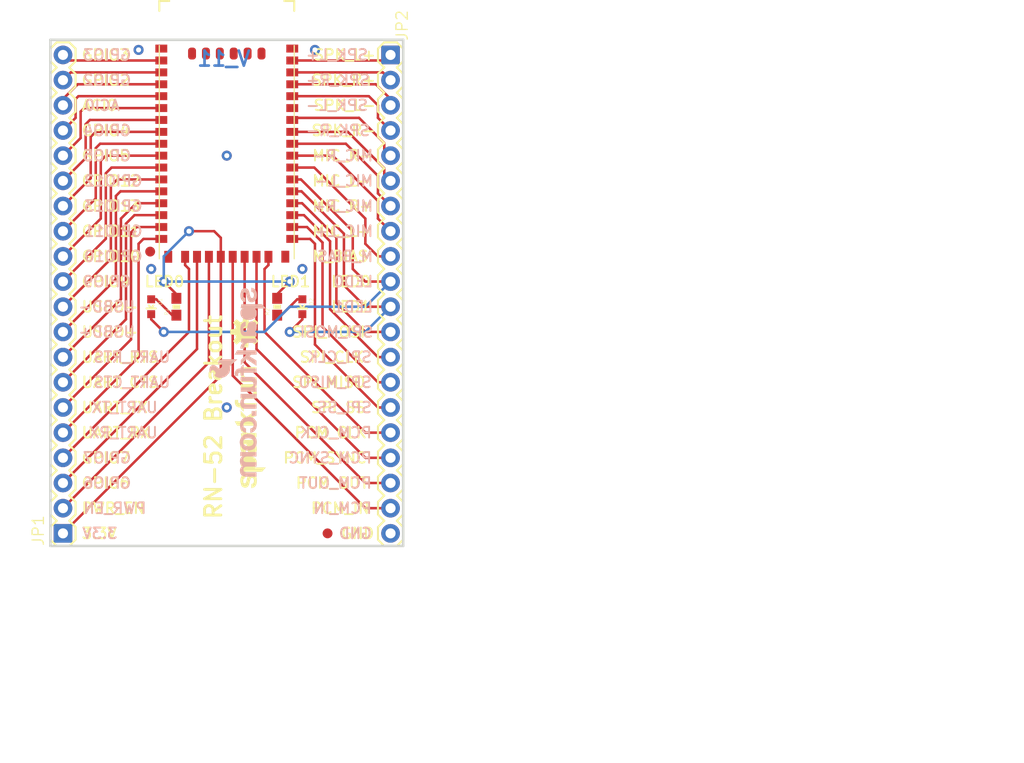
<source format=kicad_pcb>
(kicad_pcb (version 20211014) (generator pcbnew)
  (layers (0 "F.Cu" signal) (31 "B.Cu" signal) (34 "B.Paste" user) (35 "F.Paste" user) (36 "B.SilkS" user "B.Silkscreen") (37 "F.SilkS" user "F.Silkscreen") (38 "B.Mask" user) (39 "F.Mask" user) (44 "Edge.Cuts" user))
  (net 0 "")
  (net 1 "GND")
  (net 2 "3.3V")
  (net 3 "LED0")
  (net 4 "LED1")
  (net 5 "SPI_MOSI")
  (net 6 "SPI_CLK")
  (net 7 "SPI_MISO")
  (net 8 "SPI_SS")
  (net 9 "MIC_BIAS")
  (net 10 "MIC_L+")
  (net 11 "MIC_R+")
  (net 12 "MIC_L-")
  (net 13 "MIC_R-")
  (net 14 "PCM_CLK")
  (net 15 "PCM_SYNC")
  (net 16 "PCM_OUT")
  (net 17 "PCM_IN")
  (net 18 "SPKR_L+")
  (net 19 "SPKR_R+")
  (net 20 "SPKR_L-")
  (net 21 "SPKR_R-")
  (net 22 "PWREN")
  (net 23 "GPIO3")
  (net 24 "GPIO2")
  (net 25 "AIC0")
  (net 26 "GPIO4")
  (net 27 "GPIO5")
  (net 28 "GPIO12")
  (net 29 "GPIO13")
  (net 30 "GPIO11")
  (net 31 "GPIO10")
  (net 32 "GPIO9")
  (net 33 "GPIO7")
  (net 34 "GPIO6")
  (net 35 "USBD-")
  (net 36 "USBD+")
  (net 37 "UART_RTS")
  (net 38 "UART_CTS")
  (net 39 "UART_TX")
  (net 40 "UART_RX")
  (net 41 "N$1")
  (net 42 "N$2")
  (footprint "boardEagle:LED-0603" (layer "F.Cu") (at 140.8811 106.4006 180)
    (fp_text reference "D1" (at -0.6985 0.889 270) (layer "F.SilkS") (effects (font (size 0.373888 0.373888) (thickness 0.032512)) (justify right top)))
    (fp_text value "GREEN")
    (pad "A" smd rect (at 0 0.75 180) (size 0.8 0.8) (layers "F.Cu" "F.Paste" "F.Mask") (net 42 "N$2"))
    (pad "C" smd rect (at 0 -0.75 180) (size 0.8 0.8) (layers "F.Cu" "F.Paste" "F.Mask") (net 3 "LED0"))
  )
  (footprint "boardEagle:RN-52" (layer "F.Cu") (at 148.5011 89.8906)
    (fp_text reference "U1" hide)
    (fp_text value "BLUETOOTH-RN-52" hide)
    (pad "1" smd rect (at -6.6 -8.33) (size 1.2 0.8) (layers "F.Cu" "F.Paste" "F.Mask") (net 23 "GPIO3"))
    (pad "2" smd rect (at -6.6 -7.13) (size 1.2 0.8) (layers "F.Cu" "F.Paste" "F.Mask") (net 24 "GPIO2"))
    (pad "3" smd rect (at -6.6 -5.93) (size 1.2 0.8) (layers "F.Cu" "F.Paste" "F.Mask") (net 25 "AIC0"))
    (pad "4" smd rect (at -6.6 -4.73) (size 1.2 0.8) (layers "F.Cu" "F.Paste" "F.Mask") (net 26 "GPIO4"))
    (pad "5" smd rect (at -6.6 -3.53) (size 1.2 0.8) (layers "F.Cu" "F.Paste" "F.Mask") (net 27 "GPIO5"))
    (pad "6" smd rect (at -6.6 -2.33) (size 1.2 0.8) (layers "F.Cu" "F.Paste" "F.Mask") (net 28 "GPIO12"))
    (pad "7" smd rect (at -6.6 -1.13) (size 1.2 0.8) (layers "F.Cu" "F.Paste" "F.Mask") (net 29 "GPIO13"))
    (pad "8" smd rect (at -6.6 0.07) (size 1.2 0.8) (layers "F.Cu" "F.Paste" "F.Mask") (net 30 "GPIO11"))
    (pad "9" smd rect (at -6.6 1.27) (size 1.2 0.8) (layers "F.Cu" "F.Paste" "F.Mask") (net 31 "GPIO10"))
    (pad "10" smd rect (at -6.6 2.47) (size 1.2 0.8) (layers "F.Cu" "F.Paste" "F.Mask") (net 32 "GPIO9"))
    (pad "11" smd rect (at -6.6 3.67) (size 1.2 0.8) (layers "F.Cu" "F.Paste" "F.Mask") (net 35 "USBD-"))
    (pad "12" smd rect (at -6.6 4.87) (size 1.2 0.8) (layers "F.Cu" "F.Paste" "F.Mask") (net 36 "USBD+"))
    (pad "13" smd rect (at -6.6 6.07) (size 1.2 0.8) (layers "F.Cu" "F.Paste" "F.Mask") (net 37 "UART_RTS"))
    (pad "14" smd rect (at -6.6 7.27) (size 1.2 0.8) (layers "F.Cu" "F.Paste" "F.Mask") (net 38 "UART_CTS"))
    (pad "15" smd rect (at -6.6 8.47) (size 1.2 0.8) (layers "F.Cu" "F.Paste" "F.Mask") (net 39 "UART_TX"))
    (pad "16" smd rect (at -6.6 9.67) (size 1.2 0.8) (layers "F.Cu" "F.Paste" "F.Mask") (net 40 "UART_RX"))
    (pad "17" smd rect (at -4.2 11.47 90) (size 1.2 0.8) (layers "F.Cu" "F.Paste" "F.Mask") (net 33 "GPIO7"))
    (pad "18" smd rect (at -3 11.47 90) (size 1.2 0.8) (layers "F.Cu" "F.Paste" "F.Mask") (net 34 "GPIO6"))
    (pad "19" smd rect (at -1.8 11.47 90) (size 1.2 0.8) (layers "F.Cu" "F.Paste" "F.Mask") (net 22 "PWREN"))
    (pad "20" smd rect (at -0.6 11.47 90) (size 1.2 0.8) (layers "F.Cu" "F.Paste" "F.Mask") (net 2 "3.3V"))
    (pad "21" smd rect (at 0.6 11.47 90) (size 1.2 0.8) (layers "F.Cu" "F.Paste" "F.Mask") (net 17 "PCM_IN"))
    (pad "22" smd rect (at 1.8 11.47 90) (size 1.2 0.8) (layers "F.Cu" "F.Paste" "F.Mask") (net 16 "PCM_OUT"))
    (pad "23" smd rect (at 3 11.47 90) (size 1.2 0.8) (layers "F.Cu" "F.Paste" "F.Mask") (net 15 "PCM_SYNC"))
    (pad "24" smd rect (at 4.2 11.47 90) (size 1.2 0.8) (layers "F.Cu" "F.Paste" "F.Mask") (net 14 "PCM_CLK"))
    (pad "25" smd rect (at 6.6 9.67 180) (size 1.2 0.8) (layers "F.Cu" "F.Paste" "F.Mask") (net 8 "SPI_SS"))
    (pad "26" smd rect (at 6.6 8.47 180) (size 1.2 0.8) (layers "F.Cu" "F.Paste" "F.Mask") (net 7 "SPI_MISO"))
    (pad "27" smd rect (at 6.6 7.27 180) (size 1.2 0.8) (layers "F.Cu" "F.Paste" "F.Mask") (net 6 "SPI_CLK"))
    (pad "28" smd rect (at 6.6 6.07 180) (size 1.2 0.8) (layers "F.Cu" "F.Paste" "F.Mask") (net 5 "SPI_MOSI"))
    (pad "29" smd rect (at 6.6 4.87 180) (size 1.2 0.8) (layers "F.Cu" "F.Paste" "F.Mask") (net 4 "LED1"))
    (pad "30" smd rect (at 6.6 3.67 180) (size 1.2 0.8) (layers "F.Cu" "F.Paste" "F.Mask") (net 3 "LED0"))
    (pad "31" smd rect (at 6.6 2.47 180) (size 1.2 0.8) (layers "F.Cu" "F.Paste" "F.Mask") (net 9 "MIC_BIAS"))
    (pad "32" smd rect (at 6.6 1.27 180) (size 1.2 0.8) (layers "F.Cu" "F.Paste" "F.Mask") (net 10 "MIC_L+"))
    (pad "33" smd rect (at 6.6 0.07 180) (size 1.2 0.8) (layers "F.Cu" "F.Paste" "F.Mask") (net 11 "MIC_R+"))
    (pad "34" smd rect (at 6.6 -1.13 180) (size 1.2 0.8) (layers "F.Cu" "F.Paste" "F.Mask") (net 12 "MIC_L-"))
    (pad "35" smd rect (at 6.6 -2.33 180) (size 1.2 0.8) (layers "F.Cu" "F.Paste" "F.Mask") (net 13 "MIC_R-"))
    (pad "36" smd rect (at 6.6 -3.53 180) (size 1.2 0.8) (layers "F.Cu" "F.Paste" "F.Mask") (net 1 "GND"))
    (pad "37" smd rect (at 6.6 -4.73 180) (size 1.2 0.8) (layers "F.Cu" "F.Paste" "F.Mask") (net 21 "SPKR_R-"))
    (pad "38" smd rect (at 6.6 -5.93 180) (size 1.2 0.8) (layers "F.Cu" "F.Paste" "F.Mask") (net 20 "SPKR_L-"))
    (pad "39" smd rect (at 6.6 -7.13 180) (size 1.2 0.8) (layers "F.Cu" "F.Paste" "F.Mask") (net 19 "SPKR_R+"))
    (pad "40" smd rect (at 6.6 -8.33 180) (size 1.2 0.8) (layers "F.Cu" "F.Paste" "F.Mask") (net 18 "SPKR_L+"))
    (pad "G1" smd rect (at -6.6 -9.53) (size 1.2 0.8) (layers "F.Cu" "F.Paste" "F.Mask") (net 1 "GND"))
    (pad "G2" smd rect (at -5.9 11.47 90) (size 1.2 0.8) (layers "F.Cu" "F.Paste" "F.Mask") (net 1 "GND"))
    (pad "G3" smd rect (at 5.9 11.46 180) (size 0.8 1.2) (layers "F.Cu" "F.Paste" "F.Mask") (net 1 "GND"))
    (pad "G4" smd rect (at 6.6 -9.53 180) (size 1.2 0.8) (layers "F.Cu" "F.Paste" "F.Mask") (net 1 "GND"))
    (pad "RFG1" smd roundrect (at -3.5 -9.03 90) (size 1.2 0.8) (layers "F.Cu" "F.Paste" "F.Mask") (roundrect_rratio 0.375) (net 1 "GND"))
    (pad "RFG2" smd roundrect (at -2.1 -9.03 90) (size 1.2 0.8) (layers "F.Cu" "F.Paste" "F.Mask") (roundrect_rratio 0.375) (net 1 "GND"))
    (pad "RFG3" smd roundrect (at -0.7 -9.03 90) (size 1.2 0.8) (layers "F.Cu" "F.Paste" "F.Mask") (roundrect_rratio 0.375) (net 1 "GND"))
    (pad "RFG4" smd roundrect (at 0.7 -9.03 90) (size 1.2 0.8) (layers "F.Cu" "F.Paste" "F.Mask") (roundrect_rratio 0.375) (net 1 "GND"))
    (pad "RFG5" smd roundrect (at 2.1 -9.03 90) (size 1.2 0.8) (layers "F.Cu" "F.Paste" "F.Mask") (roundrect_rratio 0.375) (net 1 "GND"))
    (pad "RFG6" smd roundrect (at 3.5 -9.03 90) (size 1.2 0.8) (layers "F.Cu" "F.Paste" "F.Mask") (roundrect_rratio 0.375) (net 1 "GND"))
  )
  (footprint "boardEagle:0603-RES" (layer "F.Cu") (at 153.5811 106.4006 90)
    (fp_text reference "R2" (at -0.889 -0.762 90) (layer "F.SilkS") (effects (font (size 0.373888 0.373888) (thickness 0.032512)) (justify left bottom)))
    (fp_text value "330")
    (pad "1" smd rect (at -0.85 0 90) (size 1.1 1) (layers "F.Cu" "F.Paste" "F.Mask") (net 41 "N$1"))
    (pad "2" smd rect (at 0.85 0 90) (size 1.1 1) (layers "F.Cu" "F.Paste" "F.Mask") (net 2 "3.3V"))
  )
  (footprint "boardEagle:1X20" (layer "F.Cu") (at 131.9911 129.2606 90)
    (fp_text reference "JP1" (at -1.3462 -1.8288 90) (layer "F.SilkS") (effects (font (size 1.143 1.143) (thickness 0.127)) (justify left bottom)))
    (fp_text value "M20")
    (pad "1" thru_hole rect (at 0 0 180) (size 1.8796 1.8796) (drill 1.016) (layers *.Cu *.Mask) (net 2 "3.3V"))
    (pad "2" thru_hole circle (at 2.54 0 180) (size 1.8796 1.8796) (drill 1.016) (layers *.Cu *.Mask) (net 22 "PWREN"))
    (pad "3" thru_hole circle (at 5.08 0 180) (size 1.8796 1.8796) (drill 1.016) (layers *.Cu *.Mask) (net 34 "GPIO6"))
    (pad "4" thru_hole circle (at 7.62 0 180) (size 1.8796 1.8796) (drill 1.016) (layers *.Cu *.Mask) (net 33 "GPIO7"))
    (pad "5" thru_hole circle (at 10.16 0 180) (size 1.8796 1.8796) (drill 1.016) (layers *.Cu *.Mask) (net 40 "UART_RX"))
    (pad "6" thru_hole circle (at 12.7 0 180) (size 1.8796 1.8796) (drill 1.016) (layers *.Cu *.Mask) (net 39 "UART_TX"))
    (pad "7" thru_hole circle (at 15.24 0 180) (size 1.8796 1.8796) (drill 1.016) (layers *.Cu *.Mask) (net 38 "UART_CTS"))
    (pad "8" thru_hole circle (at 17.78 0 180) (size 1.8796 1.8796) (drill 1.016) (layers *.Cu *.Mask) (net 37 "UART_RTS"))
    (pad "9" thru_hole circle (at 20.32 0 180) (size 1.8796 1.8796) (drill 1.016) (layers *.Cu *.Mask) (net 36 "USBD+"))
    (pad "10" thru_hole circle (at 22.86 0 180) (size 1.8796 1.8796) (drill 1.016) (layers *.Cu *.Mask) (net 35 "USBD-"))
    (pad "11" thru_hole circle (at 25.4 0 180) (size 1.8796 1.8796) (drill 1.016) (layers *.Cu *.Mask) (net 32 "GPIO9"))
    (pad "12" thru_hole circle (at 27.94 0 180) (size 1.8796 1.8796) (drill 1.016) (layers *.Cu *.Mask) (net 31 "GPIO10"))
    (pad "13" thru_hole circle (at 30.48 0 180) (size 1.8796 1.8796) (drill 1.016) (layers *.Cu *.Mask) (net 30 "GPIO11"))
    (pad "14" thru_hole circle (at 33.02 0 180) (size 1.8796 1.8796) (drill 1.016) (layers *.Cu *.Mask) (net 29 "GPIO13"))
    (pad "15" thru_hole circle (at 35.56 0 180) (size 1.8796 1.8796) (drill 1.016) (layers *.Cu *.Mask) (net 28 "GPIO12"))
    (pad "16" thru_hole circle (at 38.1 0 180) (size 1.8796 1.8796) (drill 1.016) (layers *.Cu *.Mask) (net 27 "GPIO5"))
    (pad "17" thru_hole circle (at 40.64 0 180) (size 1.8796 1.8796) (drill 1.016) (layers *.Cu *.Mask) (net 26 "GPIO4"))
    (pad "18" thru_hole circle (at 43.18 0 180) (size 1.8796 1.8796) (drill 1.016) (layers *.Cu *.Mask) (net 25 "AIC0"))
    (pad "19" thru_hole circle (at 45.72 0 180) (size 1.8796 1.8796) (drill 1.016) (layers *.Cu *.Mask) (net 24 "GPIO2"))
    (pad "20" thru_hole circle (at 48.26 0 180) (size 1.8796 1.8796) (drill 1.016) (layers *.Cu *.Mask) (net 23 "GPIO3"))
  )
  (footprint "boardEagle:STAND-OFF" (layer "F.Cu") (at 153.5811 127.9906)
    (fp_text reference "STANDOFF2" hide)
    (fp_text value "STAND-OFF" hide)
    (pad "" np_thru_hole circle (at 0 0) (size 3.302 3.302) (drill 3.302) (layers *.Cu *.Mask))
  )
  (footprint "boardEagle:FIDUCIAL-1X2" (layer "F.Cu") (at 158.6611 129.2606)
    (fp_text reference "FID2" hide)
    (fp_text value "FIDUCIAL1X2" hide)
    (pad "1" smd roundrect (at 0 0) (size 1 1) (layers "F.Cu" "F.Mask") (roundrect_rratio 0.5))
  )
  (footprint "boardEagle:LED-0603" (layer "F.Cu") (at 156.1211 106.4006 180)
    (fp_text reference "D2" (at -0.6985 0.889 270) (layer "F.SilkS") (effects (font (size 0.373888 0.373888) (thickness 0.032512)) (justify right top)))
    (fp_text value "RED")
    (pad "A" smd rect (at 0 0.75 180) (size 0.8 0.8) (layers "F.Cu" "F.Paste" "F.Mask") (net 41 "N$1"))
    (pad "C" smd rect (at 0 -0.75 180) (size 0.8 0.8) (layers "F.Cu" "F.Paste" "F.Mask") (net 4 "LED1"))
  )
  (footprint "boardEagle:FIDUCIAL-1X2" (layer "F.Cu") (at 140.7795 100.838)
    (fp_text reference "FID1" hide)
    (fp_text value "FIDUCIAL1X2" hide)
    (pad "1" smd roundrect (at 0 0) (size 1 1) (layers "F.Cu" "F.Mask") (roundrect_rratio 0.5))
  )
  (footprint "boardEagle:OSHW-LOGO-S" (layer "F.Cu") (at 150.4061 108.9406 90)
    (fp_text reference "LOGO1" hide)
    (fp_text value "OSHW-LOGOS" hide)
  )
  (footprint "boardEagle:CREATIVE_COMMONS" (layer "F.Cu") (at 145.9611 152.1206)
    (fp_text reference "FRAME1" hide)
    (fp_text value "FRAME-LETTER" hide)
  )
  (footprint "boardEagle:1X20" (layer "F.Cu") (at 165.0111 81.0006 -90)
    (fp_text reference "JP2" (at -1.3462 -1.8288 -90) (layer "F.SilkS") (effects (font (size 1.143 1.143) (thickness 0.127)) (justify left bottom)))
    (fp_text value "M20")
    (pad "1" thru_hole rect (at 0 0) (size 1.8796 1.8796) (drill 1.016) (layers *.Cu *.Mask) (net 18 "SPKR_L+"))
    (pad "2" thru_hole circle (at 2.54 0) (size 1.8796 1.8796) (drill 1.016) (layers *.Cu *.Mask) (net 19 "SPKR_R+"))
    (pad "3" thru_hole circle (at 5.08 0) (size 1.8796 1.8796) (drill 1.016) (layers *.Cu *.Mask) (net 20 "SPKR_L-"))
    (pad "4" thru_hole circle (at 7.62 0) (size 1.8796 1.8796) (drill 1.016) (layers *.Cu *.Mask) (net 21 "SPKR_R-"))
    (pad "5" thru_hole circle (at 10.16 0) (size 1.8796 1.8796) (drill 1.016) (layers *.Cu *.Mask) (net 13 "MIC_R-"))
    (pad "6" thru_hole circle (at 12.7 0) (size 1.8796 1.8796) (drill 1.016) (layers *.Cu *.Mask) (net 12 "MIC_L-"))
    (pad "7" thru_hole circle (at 15.24 0) (size 1.8796 1.8796) (drill 1.016) (layers *.Cu *.Mask) (net 11 "MIC_R+"))
    (pad "8" thru_hole circle (at 17.78 0) (size 1.8796 1.8796) (drill 1.016) (layers *.Cu *.Mask) (net 10 "MIC_L+"))
    (pad "9" thru_hole circle (at 20.32 0) (size 1.8796 1.8796) (drill 1.016) (layers *.Cu *.Mask) (net 9 "MIC_BIAS"))
    (pad "10" thru_hole circle (at 22.86 0) (size 1.8796 1.8796) (drill 1.016) (layers *.Cu *.Mask) (net 3 "LED0"))
    (pad "11" thru_hole circle (at 25.4 0) (size 1.8796 1.8796) (drill 1.016) (layers *.Cu *.Mask) (net 4 "LED1"))
    (pad "12" thru_hole circle (at 27.94 0) (size 1.8796 1.8796) (drill 1.016) (layers *.Cu *.Mask) (net 5 "SPI_MOSI"))
    (pad "13" thru_hole circle (at 30.48 0) (size 1.8796 1.8796) (drill 1.016) (layers *.Cu *.Mask) (net 6 "SPI_CLK"))
    (pad "14" thru_hole circle (at 33.02 0) (size 1.8796 1.8796) (drill 1.016) (layers *.Cu *.Mask) (net 7 "SPI_MISO"))
    (pad "15" thru_hole circle (at 35.56 0) (size 1.8796 1.8796) (drill 1.016) (layers *.Cu *.Mask) (net 8 "SPI_SS"))
    (pad "16" thru_hole circle (at 38.1 0) (size 1.8796 1.8796) (drill 1.016) (layers *.Cu *.Mask) (net 14 "PCM_CLK"))
    (pad "17" thru_hole circle (at 40.64 0) (size 1.8796 1.8796) (drill 1.016) (layers *.Cu *.Mask) (net 15 "PCM_SYNC"))
    (pad "18" thru_hole circle (at 43.18 0) (size 1.8796 1.8796) (drill 1.016) (layers *.Cu *.Mask) (net 16 "PCM_OUT"))
    (pad "19" thru_hole circle (at 45.72 0) (size 1.8796 1.8796) (drill 1.016) (layers *.Cu *.Mask) (net 17 "PCM_IN"))
    (pad "20" thru_hole circle (at 48.26 0) (size 1.8796 1.8796) (drill 1.016) (layers *.Cu *.Mask) (net 1 "GND"))
  )
  (footprint "boardEagle:SFE-NEW-WEB" (layer "F.Cu") (at 152.4381 124.6886 90)
    (fp_text reference "LOGO4" hide)
    (fp_text value "LOGO-SFENW2" hide)
  )
  (footprint "boardEagle:0603-RES" (layer "F.Cu") (at 143.4211 106.4006 90)
    (fp_text reference "R1" (at -0.889 -0.762 90) (layer "F.SilkS") (effects (font (size 0.373888 0.373888) (thickness 0.032512)) (justify left bottom)))
    (fp_text value "330")
    (pad "1" smd rect (at -0.85 0 90) (size 1.1 1) (layers "F.Cu" "F.Paste" "F.Mask") (net 42 "N$2"))
    (pad "2" smd rect (at 0.85 0 90) (size 1.1 1) (layers "F.Cu" "F.Paste" "F.Mask") (net 2 "3.3V"))
  )
  (footprint "boardEagle:STAND-OFF" (layer "F.Cu") (at 143.4211 127.9906)
    (fp_text reference "STANDOFF1" hide)
    (fp_text value "STAND-OFF" hide)
    (pad "" np_thru_hole circle (at 0 0) (size 3.302 3.302) (drill 3.302) (layers *.Cu *.Mask))
  )
  (footprint "boardEagle:SFE-NEW-WEBLOGO" (layer "B.Cu") (at 152.4381 104.4956 -90)
    (fp_text reference "LOGO3" hide)
    (fp_text value "LOGO-SFENEW" hide)
  )
  (gr_line (start 130.7211 130.5306) (end 130.7211 79.4766) (layer "Edge.Cuts") (width 0.254))
  (gr_line (start 130.7211 79.4766) (end 166.2811 79.4766) (layer "Edge.Cuts") (width 0.254))
  (gr_line (start 166.2811 79.4766) (end 166.2811 130.5306) (layer "Edge.Cuts") (width 0.254))
  (gr_line (start 166.2811 130.5306) (end 130.7211 130.5306) (layer "Edge.Cuts") (width 0.254))
  (gr_text "V_11" (at 151.0411 82.2706) (layer "B.Cu") (effects (font (size 1.5113 1.5113) (thickness 0.2667)) (justify left bottom mirror)))
  (gr_text "GND" (at 163.2331 129.8956) (layer "B.SilkS") (effects (font (size 1.0795 1.0795) (thickness 0.1905)) (justify left bottom mirror)))
  (gr_text "SPI_CLK" (at 163.2331 112.1156) (layer "B.SilkS") (effects (font (size 1.0795 1.0795) (thickness 0.1905)) (justify left bottom mirror)))
  (gr_text "MIC_R-" (at 163.3601 91.7956) (layer "B.SilkS") (effects (font (size 1.0795 1.0795) (thickness 0.1905)) (justify left bottom mirror)))
  (gr_text "SPK_L+" (at 156.3751 80.3656) (layer "B.SilkS") (effects (font (size 1.0795 1.0795) (thickness 0.1905)) (justify right top mirror)))
  (gr_text "PCM_OUT" (at 163.2331 124.8156) (layer "B.SilkS") (effects (font (size 1.0795 1.0795) (thickness 0.1905)) (justify left bottom mirror)))
  (gr_text "GPIO5" (at 138.9761 91.7956) (layer "B.SilkS") (effects (font (size 1.0795 1.0795) (thickness 0.1905)) (justify left bottom mirror)))
  (gr_text "M_BIAS" (at 163.3601 101.9556) (layer "B.SilkS") (effects (font (size 1.0795 1.0795) (thickness 0.1905)) (justify left bottom mirror)))
  (gr_text "UART_TX" (at 141.6431 117.1956) (layer "B.SilkS") (effects (font (size 1.0795 1.0795) (thickness 0.1905)) (justify left bottom mirror)))
  (gr_text "USBD+" (at 139.3571 109.5756) (layer "B.SilkS") (effects (font (size 1.0795 1.0795) (thickness 0.1905)) (justify left bottom mirror)))
  (gr_text "ACI0" (at 137.8331 86.7156) (layer "B.SilkS") (effects (font (size 1.0795 1.0795) (thickness 0.1905)) (justify left bottom mirror)))
  (gr_text "MIC_L-" (at 163.3601 94.3356) (layer "B.SilkS") (effects (font (size 1.0795 1.0795) (thickness 0.1905)) (justify left bottom mirror)))
  (gr_text "GPIO4" (at 138.9761 89.2556) (layer "B.SilkS") (effects (font (size 1.0795 1.0795) (thickness 0.1905)) (justify left bottom mirror)))
  (gr_text "LED1" (at 163.3601 107.0356) (layer "B.SilkS") (effects (font (size 1.0795 1.0795) (thickness 0.1905)) (justify left bottom mirror)))
  (gr_text "SPK_R+" (at 156.3751 82.9056) (layer "B.SilkS") (effects (font (size 1.0795 1.0795) (thickness 0.1905)) (justify right top mirror)))
  (gr_text "UART_CTS" (at 142.9131 114.6556) (layer "B.SilkS") (effects (font (size 1.0795 1.0795) (thickness 0.1905)) (justify left bottom mirror)))
  (gr_text "PCM_SYNC" (at 163.2331 122.2756) (layer "B.SilkS") (effects (font (size 1.0795 1.0795) (thickness 0.1905)) (justify left bottom mirror)))
  (gr_text "SPI_SS" (at 163.2331 117.1956) (layer "B.SilkS") (effects (font (size 1.0795 1.0795) (thickness 0.1905)) (justify left bottom mirror)))
  (gr_text "SPI_MISO" (at 163.2331 114.6556) (layer "B.SilkS") (effects (font (size 1.0795 1.0795) (thickness 0.1905)) (justify left bottom mirror)))
  (gr_text "GPIO11" (at 140.1191 99.4156) (layer "B.SilkS") (effects (font (size 1.0795 1.0795) (thickness 0.1905)) (justify left bottom mirror)))
  (gr_text "GPIO3" (at 138.9761 81.6356) (layer "B.SilkS") (effects (font (size 1.0795 1.0795) (thickness 0.1905)) (justify left bottom mirror)))
  (gr_text "GPIO6" (at 138.9761 124.8156) (layer "B.SilkS") (effects (font (size 1.0795 1.0795) (thickness 0.1905)) (justify left bottom mirror)))
  (gr_text "PCM_CLK" (at 163.2331 119.7356) (layer "B.SilkS") (effects (font (size 1.0795 1.0795) (thickness 0.1905)) (justify left bottom mirror)))
  (gr_text "USBD-" (at 139.3571 107.0356) (layer "B.SilkS") (effects (font (size 1.0795 1.0795) (thickness 0.1905)) (justify left bottom mirror)))
  (gr_text "SPK_R-" (at 156.3751 87.9856) (layer "B.SilkS") (effects (font (size 1.0795 1.0795) (thickness 0.1905)) (justify right top mirror)))
  (gr_text "GPIO13" (at 140.1191 96.8756) (layer "B.SilkS") (effects (font (size 1.0795 1.0795) (thickness 0.1905)) (justify left bottom mirror)))
  (gr_text "SPI_MOSI" (at 163.3601 109.5756) (layer "B.SilkS") (effects (font (size 1.0795 1.0795) (thickness 0.1905)) (justify left bottom mirror)))
  (gr_text "GPIO9" (at 138.9761 104.4956) (layer "B.SilkS") (effects (font (size 1.0795 1.0795) (thickness 0.1905)) (justify left bottom mirror)))
  (gr_text "MIC_L+" (at 163.3601 99.4156) (layer "B.SilkS") (effects (font (size 1.0795 1.0795) (thickness 0.1905)) (justify left bottom mirror)))
  (gr_text "GPIO10" (at 140.1191 101.9556) (layer "B.SilkS") (effects (font (size 1.0795 1.0795) (thickness 0.1905)) (justify left bottom mirror)))
  (gr_text "GPIO7" (at 138.9761 122.2756) (layer "B.SilkS") (effects (font (size 1.0795 1.0795) (thickness 0.1905)) (justify left bottom mirror)))
  (gr_text "MIC_R+" (at 163.3601 96.8756) (layer "B.SilkS") (effects (font (size 1.0795 1.0795) (thickness 0.1905)) (justify left bottom mirror)))
  (gr_text "SPK_L-" (at 156.3751 85.4456) (layer "B.SilkS") (effects (font (size 1.0795 1.0795) (thickness 0.1905)) (justify right top mirror)))
  (gr_text "PWR_EN" (at 140.5001 127.3556) (layer "B.SilkS") (effects (font (size 1.0795 1.0795) (thickness 0.1905)) (justify left bottom mirror)))
  (gr_text "3.3V" (at 137.5791 129.8956) (layer "B.SilkS") (effects (font (size 1.0795 1.0795) (thickness 0.1905)) (justify left bottom mirror)))
  (gr_text "PCM_IN" (at 163.2331 127.3556) (layer "B.SilkS") (effects (font (size 1.0795 1.0795) (thickness 0.1905)) (justify left bottom mirror)))
  (gr_text "GPIO12" (at 140.1191 94.3356) (layer "B.SilkS") (effects (font (size 1.0795 1.0795) (thickness 0.1905)) (justify left bottom mirror)))
  (gr_text "UART_RTS" (at 142.9131 112.1156) (layer "B.SilkS") (effects (font (size 1.0795 1.0795) (thickness 0.1905)) (justify left bottom mirror)))
  (gr_text "LED0" (at 163.3601 104.4956) (layer "B.SilkS") (effects (font (size 1.0795 1.0795) (thickness 0.1905)) (justify left bottom mirror)))
  (gr_text "UART_RX" (at 141.6431 119.7356) (layer "B.SilkS") (effects (font (size 1.0795 1.0795) (thickness 0.1905)) (justify left bottom mirror)))
  (gr_text "GPIO2" (at 138.9761 84.1756) (layer "B.SilkS") (effects (font (size 1.0795 1.0795) (thickness 0.1905)) (justify left bottom mirror)))
  (gr_text "GPIO11" (at 133.7691 99.4156) (layer "F.SilkS") (effects (font (size 1.0795 1.0795) (thickness 0.1905)) (justify left bottom)))
  (gr_text "GPIO2" (at 133.7691 84.1756) (layer "F.SilkS") (effects (font (size 1.0795 1.0795) (thickness 0.1905)) (justify left bottom)))
  (gr_text "LED1" (at 152.8191 104.4956) (layer "F.SilkS") (effects (font (size 1.0795 1.0795) (thickness 0.1905)) (justify left bottom)))
  (gr_text "UART_RX" (at 133.7691 119.7356) (layer "F.SilkS") (effects (font (size 1.0795 1.0795) (thickness 0.1905)) (justify left bottom)))
  (gr_text "SPI_MISO" (at 154.9781 114.6556) (layer "F.SilkS") (effects (font (size 1.0795 1.0795) (thickness 0.1905)) (justify left bottom)))
  (gr_text "MIC_L-" (at 157.0101 94.3356) (layer "F.SilkS") (effects (font (size 1.0795 1.0795) (thickness 0.1905)) (justify left bottom)))
  (gr_text "MIC_L+" (at 157.0101 99.4156) (layer "F.SilkS") (effects (font (size 1.0795 1.0795) (thickness 0.1905)) (justify left bottom)))
  (gr_text "LED1" (at 158.9151 107.0356) (layer "F.SilkS") (effects (font (size 1.0795 1.0795) (thickness 0.1905)) (justify left bottom)))
  (gr_text "GND" (at 159.9311 129.8956) (layer "F.SilkS") (effects (font (size 1.0795 1.0795) (thickness 0.1905)) (justify left bottom)))
  (gr_text "UART_TX" (at 133.7691 117.1956) (layer "F.SilkS") (effects (font (size 1.0795 1.0795) (thickness 0.1905)) (justify left bottom)))
  (gr_text "UART_RTS" (at 133.7691 112.1156) (layer "F.SilkS") (effects (font (size 1.0795 1.0795) (thickness 0.1905)) (justify left bottom)))
  (gr_text "GPIO7" (at 133.7691 122.2756) (layer "F.SilkS") (effects (font (size 1.0795 1.0795) (thickness 0.1905)) (justify left bottom)))
  (gr_text "MIC_R-" (at 157.0101 91.7956) (layer "F.SilkS") (effects (font (size 1.0795 1.0795) (thickness 0.1905)) (justify left bottom)))
  (gr_text "PCM_OUT" (at 155.3591 124.8156) (layer "F.SilkS") (effects (font (size 1.0795 1.0795) (thickness 0.1905)) (justify left bottom)))
  (gr_text "GPIO3" (at 133.7691 81.6356) (layer "F.SilkS") (effects (font (size 1.0795 1.0795) (thickness 0.1905)) (justify left bottom)))
  (gr_text "SPI_SS" (at 156.8831 117.1956) (layer "F.SilkS") (effects (font (size 1.0795 1.0795) (thickness 0.1905)) (justify left bottom)))
  (gr_text "SPK_L+" (at 163.6141 80.3656) (layer "F.SilkS") (effects (font (size 1.0795 1.0795) (thickness 0.1905)) (justify right top)))
  (gr_text "PCM_SYNC" (at 154.0891 122.2756) (layer "F.SilkS") (effects (font (size 1.0795 1.0795) (thickness 0.1905)) (justify left bottom)))
  (gr_text "SPI_MOSI" (at 154.9781 109.5756) (layer "F.SilkS") (effects (font (size 1.0795 1.0795) (thickness 0.1905)) (justify left bottom)))
  (gr_text "PWR_EN" (at 133.7691 127.3556) (layer "F.SilkS") (effects (font (size 1.0795 1.0795) (thickness 0.1905)) (justify left bottom)))
  (gr_text "LED0" (at 140.1191 104.4956) (layer "F.SilkS") (effects (font (size 1.0795 1.0795) (thickness 0.1905)) (justify left bottom)))
  (gr_text "SPK_R-" (at 163.6141 87.9856) (layer "F.SilkS") (effects (font (size 1.0795 1.0795) (thickness 0.1905)) (justify right top)))
  (gr_text "UART_CTS" (at 133.7691 114.6556) (layer "F.SilkS") (effects (font (size 1.0795 1.0795) (thickness 0.1905)) (justify left bottom)))
  (gr_text "ACI0" (at 133.7691 86.7156) (layer "F.SilkS") (effects (font (size 1.0795 1.0795) (thickness 0.1905)) (justify left bottom)))
  (gr_text "MIC_R+" (at 157.0101 96.8756) (layer "F.SilkS") (effects (font (size 1.0795 1.0795) (thickness 0.1905)) (justify left bottom)))
  (gr_text "SPK_R+" (at 163.6141 82.9056) (layer "F.SilkS") (effects (font (size 1.0795 1.0795) (thickness 0.1905)) (justify right top)))
  (gr_text "SPI_CLK" (at 155.7401 112.1156) (layer "F.SilkS") (effects (font (size 1.0795 1.0795) (thickness 0.1905)) (justify left bottom)))
  (gr_text "GPIO10" (at 133.7691 101.9556) (layer "F.SilkS") (effects (font (size 1.0795 1.0795) (thickness 0.1905)) (justify left bottom)))
  (gr_text "GPIO6" (at 133.7691 124.8156) (layer "F.SilkS") (effects (font (size 1.0795 1.0795) (thickness 0.1905)) (justify left bottom)))
  (gr_text "RN-52 Breakout" (at 148.1201 127.9906 90) (layer "F.SilkS") (effects (font (size 1.64084 1.64084) (thickness 0.28956)) (justify left bottom)))
  (gr_text "GPIO4" (at 133.7691 89.2556) (layer "F.SilkS") (effects (font (size 1.0795 1.0795) (thickness 0.1905)) (justify left bottom)))
  (gr_text "GPIO5" (at 133.7691 91.7956) (layer "F.SilkS") (effects (font (size 1.0795 1.0795) (thickness 0.1905)) (justify left bottom)))
  (gr_text "GPIO9" (at 133.7691 104.4956) (layer "F.SilkS") (effects (font (size 1.0795 1.0795) (thickness 0.1905)) (justify left bottom)))
  (gr_text "LED0" (at 158.9151 104.4956) (layer "F.SilkS") (effects (font (size 1.0795 1.0795) (thickness 0.1905)) (justify left bottom)))
  (gr_text "SPK_L-" (at 163.6141 85.4456) (layer "F.SilkS") (effects (font (size 1.0795 1.0795) (thickness 0.1905)) (justify right top)))
  (gr_text "PCM_CLK" (at 155.2321 119.7356) (layer "F.SilkS") (effects (font (size 1.0795 1.0795) (thickness 0.1905)) (justify left bottom)))
  (gr_text "USBD+" (at 133.7691 109.5756) (layer "F.SilkS") (effects (font (size 1.0795 1.0795) (thickness 0.1905)) (justify left bottom)))
  (gr_text "GPIO13" (at 133.7691 96.8756) (layer "F.SilkS") (effects (font (size 1.0795 1.0795) (thickness 0.1905)) (justify left bottom)))
  (gr_text "3.3V" (at 133.7691 129.8956) (layer "F.SilkS") (effects (font (size 1.0795 1.0795) (thickness 0.1905)) (justify left bottom)))
  (gr_text "M_BIAS" (at 157.0101 101.9556) (layer "F.SilkS") (effects (font (size 1.0795 1.0795) (thickness 0.1905)) (justify left bottom)))
  (gr_text "GPIO12" (at 133.7691 94.3356) (layer "F.SilkS") (effects (font (size 1.0795 1.0795) (thickness 0.1905)) (justify left bottom)))
  (gr_text "USBD-" (at 133.7691 107.0356) (layer "F.SilkS") (effects (font (size 1.0795 1.0795) (thickness 0.1905)) (justify left bottom)))
  (gr_text "PCM_IN" (at 156.8831 127.3556) (layer "F.SilkS") (effects (font (size 1.0795 1.0795) (thickness 0.1905)) (justify left bottom)))
  (via (at 140.8811 102.5906) (size 1.016) (drill 0.508) (layers "F.Cu" "B.Cu") (net 1))
  (via (at 148.5011 116.5606) (size 1.016) (drill 0.508) (layers "F.Cu" "B.Cu") (net 1))
  (via (at 156.1211 102.5906) (size 1.016) (drill 0.508) (layers "F.Cu" "B.Cu") (net 1))
  (via (at 139.6111 80.4926) (size 1.016) (drill 0.508) (layers "F.Cu" "B.Cu") (net 1))
  (via (at 148.5011 91.1606) (size 1.016) (drill 0.508) (layers "F.Cu" "B.Cu") (net 1))
  (via (at 157.3911 80.4926) (size 1.016) (drill 0.508) (layers "F.Cu" "B.Cu") (net 1))
  (segment (start 147.9011 99.4506) (end 147.2311 98.7806) (width 0.254) (layer "F.Cu") (net 2))
  (segment (start 153.5811 105.1306) (end 154.8511 103.8606) (width 0.254) (layer "F.Cu") (net 2))
  (segment (start 143.4211 105.1306) (end 142.1511 103.8606) (width 0.254) (layer "F.Cu") (net 2))
  (segment (start 153.5811 105.5506) (end 153.5811 105.1306) (width 0.254) (layer "F.Cu") (net 2))
  (segment (start 147.9011 113.3506) (end 131.9911 129.2606) (width 0.254) (layer "F.Cu") (net 2))
  (segment (start 143.4211 105.5506) (end 143.4211 105.1306) (width 0.254) (layer "F.Cu") (net 2))
  (segment (start 147.9011 101.3606) (end 147.9011 113.3506) (width 0.254) (layer "F.Cu") (net 2))
  (segment (start 147.9011 101.3606) (end 147.9011 99.4506) (width 0.254) (layer "F.Cu") (net 2))
  (segment (start 147.2311 98.7806) (end 144.6911 98.7806) (width 0.254) (layer "F.Cu") (net 2))
  (via (at 142.1511 103.8606) (size 1.016) (drill 0.508) (layers "F.Cu" "B.Cu") (net 2))
  (via (at 144.6911 98.7806) (size 1.016) (drill 0.508) (layers "F.Cu" "B.Cu") (net 2))
  (via (at 154.8511 103.8606) (size 1.016) (drill 0.508) (layers "F.Cu" "B.Cu") (net 2))
  (segment (start 154.8511 103.8606) (end 142.1511 103.8606) (width 0.254) (layer "B.Cu") (net 2))
  (segment (start 142.1511 101.3206) (end 142.1511 103.8606) (width 0.254) (layer "B.Cu") (net 2))
  (segment (start 144.6911 98.7806) (end 142.1511 101.3206) (width 0.254) (layer "B.Cu") (net 2))
  (segment (start 140.8811 107.6706) (end 142.1511 108.9406) (width 0.254) (layer "F.Cu") (net 3))
  (segment (start 162.4711 103.8606) (end 165.0111 103.8606) (width 0.254) (layer "F.Cu") (net 3))
  (segment (start 155.1011 93.5606) (end 155.9811 93.5606) (width 0.254) (layer "F.Cu") (net 3))
  (segment (start 155.9811 93.5606) (end 161.2011 98.7806) (width 0.254) (layer "F.Cu") (net 3))
  (segment (start 161.2011 98.7806) (end 161.2011 102.5906) (width 0.254) (layer "F.Cu") (net 3))
  (segment (start 140.8811 107.1506) (end 140.8811 107.6706) (width 0.254) (layer "F.Cu") (net 3))
  (segment (start 161.2011 102.5906) (end 162.4711 103.8606) (width 0.254) (layer "F.Cu") (net 3))
  (via (at 142.1511 108.9406) (size 1.016) (drill 0.508) (layers "F.Cu" "B.Cu") (net 3))
  (segment (start 152.3111 108.9406) (end 154.8511 106.4006) (width 0.254) (layer "B.Cu") (net 3))
  (segment (start 162.4711 106.4006) (end 165.0111 103.8606) (width 0.254) (layer "B.Cu") (net 3))
  (segment (start 154.8511 106.4006) (end 162.4711 106.4006) (width 0.254) (layer "B.Cu") (net 3))
  (segment (start 142.1511 108.9406) (end 152.3111 108.9406) (width 0.254) (layer "B.Cu") (net 3))
  (segment (start 155.1011 94.7606) (end 156.0381 94.7606) (width 0.254) (layer "F.Cu") (net 4))
  (segment (start 160.3121 99.0346) (end 160.3121 104.2416) (width 0.254) (layer "F.Cu") (net 4))
  (segment (start 156.1211 107.1506) (end 156.1211 107.6706) (width 0.254) (layer "F.Cu") (net 4))
  (segment (start 160.3121 104.2416) (end 162.4711 106.4006) (width 0.254) (layer "F.Cu") (net 4))
  (segment (start 162.4711 106.4006) (end 165.0111 106.4006) (width 0.254) (layer "F.Cu") (net 4))
  (segment (start 156.1211 107.6706) (end 154.8511 108.9406) (width 0.254) (layer "F.Cu") (net 4))
  (segment (start 156.0381 94.7606) (end 160.3121 99.0346) (width 0.254) (layer "F.Cu") (net 4))
  (via (at 154.8511 108.9406) (size 1.016) (drill 0.508) (layers "F.Cu" "B.Cu") (net 4))
  (segment (start 162.4711 108.9406) (end 165.0111 106.4006) (width 0.254) (layer "B.Cu") (net 4))
  (segment (start 154.8511 108.9406) (end 162.4711 108.9406) (width 0.254) (layer "B.Cu") (net 4))
  (segment (start 159.5501 106.0196) (end 162.4711 108.9406) (width 0.254) (layer "F.Cu") (net 5))
  (segment (start 162.4711 108.9406) (end 165.0111 108.9406) (width 0.254) (layer "F.Cu") (net 5))
  (segment (start 155.1011 95.9606) (end 156.0951 95.9606) (width 0.254) (layer "F.Cu") (net 5))
  (segment (start 159.5501 99.4156) (end 159.5501 106.0196) (width 0.254) (layer "F.Cu") (net 5))
  (segment (start 156.0951 95.9606) (end 159.5501 99.4156) (width 0.254) (layer "F.Cu") (net 5))
  (segment (start 158.9151 99.7966) (end 158.9151 106.6546) (width 0.254) (layer "F.Cu") (net 6))
  (segment (start 163.7411 111.4806) (end 165.0111 111.4806) (width 0.254) (layer "F.Cu") (net 6))
  (segment (start 158.9151 106.6546) (end 163.7411 111.4806) (width 0.254) (layer "F.Cu") (net 6))
  (segment (start 155.1011 97.1606) (end 156.2791 97.1606) (width 0.254) (layer "F.Cu") (net 6))
  (segment (start 156.2791 97.1606) (end 158.9151 99.7966) (width 0.254) (layer "F.Cu") (net 6))
  (segment (start 163.7411 114.0206) (end 165.0111 114.0206) (width 0.254) (layer "F.Cu") (net 7))
  (segment (start 158.1531 108.4326) (end 163.7411 114.0206) (width 0.254) (layer "F.Cu") (net 7))
  (segment (start 155.1011 98.3606) (end 156.5901 98.3606) (width 0.254) (layer "F.Cu") (net 7))
  (segment (start 158.1531 99.9236) (end 158.1531 108.4326) (width 0.254) (layer "F.Cu") (net 7))
  (segment (start 156.5901 98.3606) (end 158.1531 99.9236) (width 0.254) (layer "F.Cu") (net 7))
  (segment (start 157.3911 110.2106) (end 163.7411 116.5606) (width 0.254) (layer "F.Cu") (net 8))
  (segment (start 157.3911 100.0506) (end 157.3911 110.2106) (width 0.254) (layer "F.Cu") (net 8))
  (segment (start 155.1011 99.5606) (end 156.9011 99.5606) (width 0.254) (layer "F.Cu") (net 8))
  (segment (start 156.9011 99.5606) (end 157.3911 100.0506) (width 0.254) (layer "F.Cu") (net 8))
  (segment (start 163.7411 116.5606) (end 165.0111 116.5606) (width 0.254) (layer "F.Cu") (net 8))
  (segment (start 162.4711 100.0506) (end 163.7411 101.3206) (width 0.254) (layer "F.Cu") (net 9))
  (segment (start 163.7411 101.3206) (end 165.0111 101.3206) (width 0.254) (layer "F.Cu") (net 9))
  (segment (start 155.1011 92.3606) (end 157.3211 92.3606) (width 0.254) (layer "F.Cu") (net 9))
  (segment (start 162.4711 97.5106) (end 162.4711 100.0506) (width 0.254) (layer "F.Cu") (net 9))
  (segment (start 157.3211 92.3606) (end 162.4711 97.5106) (width 0.254) (layer "F.Cu") (net 9))
  (segment (start 163.7411 97.5106) (end 165.0111 98.7806) (width 0.254) (layer "F.Cu") (net 10))
  (segment (start 163.7411 95.7326) (end 163.7411 97.5106) (width 0.254) (layer "F.Cu") (net 10))
  (segment (start 155.1011 91.1606) (end 159.1691 91.1606) (width 0.254) (layer "F.Cu") (net 10))
  (segment (start 159.1691 91.1606) (end 163.7411 95.7326) (width 0.254) (layer "F.Cu") (net 10))
  (segment (start 160.5091 89.9606) (end 163.7411 93.1926) (width 0.254) (layer "F.Cu") (net 11))
  (segment (start 163.7411 94.9706) (end 165.0111 96.2406) (width 0.254) (layer "F.Cu") (net 11))
  (segment (start 155.1011 89.9606) (end 160.5091 89.9606) (width 0.254) (layer "F.Cu") (net 11))
  (segment (start 163.7411 93.1926) (end 163.7411 94.9706) (width 0.254) (layer "F.Cu") (net 11))
  (segment (start 164.3761 93.0656) (end 165.0111 93.7006) (width 0.254) (layer "F.Cu") (net 12))
  (segment (start 155.1011 88.7606) (end 160.7061 88.7606) (width 0.254) (layer "F.Cu") (net 12))
  (segment (start 160.7061 88.7606) (end 164.3761 92.4306) (width 0.254) (layer "F.Cu") (net 12))
  (segment (start 164.3761 92.4306) (end 164.3761 93.0656) (width 0.254) (layer "F.Cu") (net 12))
  (segment (start 161.8361 87.3506) (end 164.3761 89.8906) (width 0.254) (layer "F.Cu") (net 13))
  (segment (start 154.8511 87.3506) (end 161.8361 87.3506) (width 0.254) (layer "F.Cu") (net 13))
  (segment (start 155.0611 87.5606) (end 154.8511 87.3506) (width 0.254) (layer "F.Cu") (net 13))
  (segment (start 164.3761 89.8906) (end 164.3761 90.5256) (width 0.254) (layer "F.Cu") (net 13))
  (segment (start 164.3761 90.5256) (end 165.0111 91.1606) (width 0.254) (layer "F.Cu") (net 13))
  (segment (start 155.1011 87.5606) (end 155.0611 87.5606) (width 0.254) (layer "F.Cu") (net 13))
  (segment (start 152.3111 102.5906) (end 152.3111 108.9406) (width 0.254) (layer "F.Cu") (net 14))
  (segment (start 162.4711 119.1006) (end 165.0111 119.1006) (width 0.254) (layer "F.Cu") (net 14))
  (segment (start 152.7011 102.2006) (end 152.3111 102.5906) (width 0.254) (layer "F.Cu") (net 14))
  (segment (start 152.3111 108.9406) (end 162.4711 119.1006) (width 0.254) (layer "F.Cu") (net 14))
  (segment (start 152.7011 101.3606) (end 152.7011 102.2006) (width 0.254) (layer "F.Cu") (net 14))
  (segment (start 151.5011 110.6706) (end 162.4711 121.6406) (width 0.254) (layer "F.Cu") (net 15))
  (segment (start 162.4711 121.6406) (end 165.0111 121.6406) (width 0.254) (layer "F.Cu") (net 15))
  (segment (start 151.5011 101.3606) (end 151.5011 110.6706) (width 0.254) (layer "F.Cu") (net 15))
  (segment (start 150.3011 112.0106) (end 162.4711 124.1806) (width 0.254) (layer "F.Cu") (net 16))
  (segment (start 162.4711 124.1806) (end 165.0111 124.1806) (width 0.254) (layer "F.Cu") (net 16))
  (segment (start 150.3011 101.3606) (end 150.3011 112.0106) (width 0.254) (layer "F.Cu") (net 16))
  (segment (start 149.1011 101.3606) (end 149.1011 113.3506) (width 0.254) (layer "F.Cu") (net 17))
  (segment (start 149.1011 113.3506) (end 162.4711 126.7206) (width 0.254) (layer "F.Cu") (net 17))
  (segment (start 162.4711 126.7206) (end 165.0111 126.7206) (width 0.254) (layer "F.Cu") (net 17))
  (segment (start 164.4511 81.5606) (end 165.0111 81.0006) (width 0.254) (layer "F.Cu") (net 18))
  (segment (start 155.1011 81.5606) (end 164.4511 81.5606) (width 0.254) (layer "F.Cu") (net 18))
  (segment (start 164.2311 82.7606) (end 165.0111 83.5406) (width 0.254) (layer "F.Cu") (net 19))
  (segment (start 155.1011 82.7606) (end 164.2311 82.7606) (width 0.254) (layer "F.Cu") (net 19))
  (segment (start 163.5261 83.9606) (end 165.0111 85.4456) (width 0.254) (layer "F.Cu") (net 20))
  (segment (start 165.0111 85.4456) (end 165.0111 86.0806) (width 0.254) (layer "F.Cu") (net 20))
  (segment (start 155.1011 83.9606) (end 163.5261 83.9606) (width 0.254) (layer "F.Cu") (net 20))
  (segment (start 162.8211 85.1606) (end 163.7411 86.0806) (width 0.254) (layer "F.Cu") (net 21))
  (segment (start 163.7411 87.3506) (end 165.0111 88.6206) (width 0.254) (layer "F.Cu") (net 21))
  (segment (start 163.7411 86.0806) (end 163.7411 87.3506) (width 0.254) (layer "F.Cu") (net 21))
  (segment (start 155.1011 85.1606) (end 162.8211 85.1606) (width 0.254) (layer "F.Cu") (net 21))
  (segment (start 146.7011 101.3606) (end 146.7011 112.0106) (width 0.254) (layer "F.Cu") (net 22))
  (segment (start 146.7011 112.0106) (end 131.9911 126.7206) (width 0.254) (layer "F.Cu") (net 22))
  (segment (start 132.5511 81.5606) (end 131.9911 81.0006) (width 0.254) (layer "F.Cu") (net 23))
  (segment (start 141.9011 81.5606) (end 132.5511 81.5606) (width 0.254) (layer "F.Cu") (net 23))
  (segment (start 132.7711 82.7606) (end 131.9911 83.5406) (width 0.254) (layer "F.Cu") (net 24))
  (segment (start 141.9011 82.7606) (end 132.7711 82.7606) (width 0.254) (layer "F.Cu") (net 24))
  (segment (start 141.9011 83.9606) (end 133.4761 83.9606) (width 0.254) (layer "F.Cu") (net 25))
  (segment (start 131.9911 85.4456) (end 131.9911 86.0806) (width 0.254) (layer "F.Cu") (net 25))
  (segment (start 133.4761 83.9606) (end 131.9911 85.4456) (width 0.254) (layer "F.Cu") (net 25))
  (segment (start 133.5461 85.1606) (end 133.2611 85.4456) (width 0.254) (layer "F.Cu") (net 26))
  (segment (start 133.2611 85.4456) (end 133.2611 87.3506) (width 0.254) (layer "F.Cu") (net 26))
  (segment (start 141.9011 85.1606) (end 133.5461 85.1606) (width 0.254) (layer "F.Cu") (net 26))
  (segment (start 133.2611 87.3506) (end 131.9911 88.6206) (width 0.254) (layer "F.Cu") (net 26))
  (segment (start 133.7691 86.7156) (end 133.7691 89.3826) (width 0.254) (layer "F.Cu") (net 27))
  (segment (start 134.1241 86.3606) (end 133.7691 86.7156) (width 0.254) (layer "F.Cu") (net 27))
  (segment (start 133.7691 89.3826) (end 131.9911 91.1606) (width 0.254) (layer "F.Cu") (net 27))
  (segment (start 141.9011 86.3606) (end 134.1241 86.3606) (width 0.254) (layer "F.Cu") (net 27))
  (segment (start 134.7021 87.5606) (end 134.2771 87.9856) (width 0.254) (layer "F.Cu") (net 28))
  (segment (start 134.2771 87.9856) (end 134.2771 91.4146) (width 0.254) (layer "F.Cu") (net 28))
  (segment (start 134.2771 91.4146) (end 131.9911 93.7006) (width 0.254) (layer "F.Cu") (net 28))
  (segment (start 141.9011 87.5606) (end 134.7021 87.5606) (width 0.254) (layer "F.Cu") (net 28))
  (segment (start 141.9011 88.7606) (end 135.2801 88.7606) (width 0.254) (layer "F.Cu") (net 29))
  (segment (start 134.7851 93.4466) (end 131.9911 96.2406) (width 0.254) (layer "F.Cu") (net 29))
  (segment (start 135.2801 88.7606) (end 134.7851 89.2556) (width 0.254) (layer "F.Cu") (net 29))
  (segment (start 134.7851 89.2556) (end 134.7851 93.4466) (width 0.254) (layer "F.Cu") (net 29))
  (segment (start 135.7311 89.9606) (end 135.2931 90.3986) (width 0.254) (layer "F.Cu") (net 30))
  (segment (start 135.2931 90.3986) (end 135.2931 95.4786) (width 0.254) (layer "F.Cu") (net 30))
  (segment (start 135.2931 95.4786) (end 131.9911 98.7806) (width 0.254) (layer "F.Cu") (net 30))
  (segment (start 141.9011 89.9606) (end 135.7311 89.9606) (width 0.254) (layer "F.Cu") (net 30))
  (segment (start 135.8011 91.6686) (end 135.8011 97.5106) (width 0.254) (layer "F.Cu") (net 31))
  (segment (start 136.3091 91.1606) (end 135.8011 91.6686) (width 0.254) (layer "F.Cu") (net 31))
  (segment (start 141.9011 91.1606) (end 136.3091 91.1606) (width 0.254) (layer "F.Cu") (net 31))
  (segment (start 135.8011 97.5106) (end 131.9911 101.3206) (width 0.254) (layer "F.Cu") (net 31))
  (segment (start 136.8871 92.3606) (end 136.3091 92.9386) (width 0.254) (layer "F.Cu") (net 32))
  (segment (start 136.3091 99.5426) (end 131.9911 103.8606) (width 0.254) (layer "F.Cu") (net 32))
  (segment (start 141.9011 92.3606) (end 136.8871 92.3606) (width 0.254) (layer "F.Cu") (net 32))
  (segment (start 136.3091 92.9386) (end 136.3091 99.5426) (width 0.254) (layer "F.Cu") (net 32))
  (segment (start 144.3011 102.2006) (end 144.6911 102.5906) (width 0.254) (layer "F.Cu") (net 33))
  (segment (start 144.3011 101.3606) (end 144.3011 102.2006) (width 0.254) (layer "F.Cu") (net 33))
  (segment (start 144.6911 102.5906) (end 144.6911 108.9406) (width 0.254) (layer "F.Cu") (net 33))
  (segment (start 144.6911 108.9406) (end 131.9911 121.6406) (width 0.254) (layer "F.Cu") (net 33))
  (segment (start 145.5011 101.3606) (end 145.5011 110.6706) (width 0.254) (layer "F.Cu") (net 34))
  (segment (start 145.5011 110.6706) (end 131.9911 124.1806) (width 0.254) (layer "F.Cu") (net 34))
  (segment (start 136.8171 101.5746) (end 131.9911 106.4006) (width 0.254) (layer "F.Cu") (net 35))
  (segment (start 141.9011 93.5606) (end 137.4651 93.5606) (width 0.254) (layer "F.Cu") (net 35))
  (segment (start 137.4651 93.5606) (end 136.8171 94.2086) (width 0.254) (layer "F.Cu") (net 35))
  (segment (start 136.8171 94.2086) (end 136.8171 101.5746) (width 0.254) (layer "F.Cu") (net 35))
  (segment (start 137.3251 95.2246) (end 137.3251 103.6066) (width 0.254) (layer "F.Cu") (net 36))
  (segment (start 137.3251 103.6066) (end 131.9911 108.9406) (width 0.254) (layer "F.Cu") (net 36))
  (segment (start 141.9011 94.7606) (end 137.7891 94.7606) (width 0.254) (layer "F.Cu") (net 36))
  (segment (start 137.7891 94.7606) (end 137.3251 95.2246) (width 0.254) (layer "F.Cu") (net 36))
  (segment (start 137.8331 105.6386) (end 131.9911 111.4806) (width 0.254) (layer "F.Cu") (net 37))
  (segment (start 139.3831 95.9606) (end 137.8331 97.5106) (width 0.254) (layer "F.Cu") (net 37))
  (segment (start 141.9011 95.9606) (end 139.3831 95.9606) (width 0.254) (layer "F.Cu") (net 37))
  (segment (start 137.8331 97.5106) (end 137.8331 105.6386) (width 0.254) (layer "F.Cu") (net 37))
  (segment (start 141.9011 97.1606) (end 139.1991 97.1606) (width 0.254) (layer "F.Cu") (net 38))
  (segment (start 139.1991 97.1606) (end 138.3411 98.0186) (width 0.254) (layer "F.Cu") (net 38))
  (segment (start 138.3411 107.6706) (end 131.9911 114.0206) (width 0.254) (layer "F.Cu") (net 38))
  (segment (start 138.3411 98.0186) (end 138.3411 107.6706) (width 0.254) (layer "F.Cu") (net 38))
  (segment (start 141.9011 98.3606) (end 139.3961 98.3606) (width 0.254) (layer "F.Cu") (net 39))
  (segment (start 138.8491 98.9076) (end 138.8491 109.7026) (width 0.254) (layer "F.Cu") (net 39))
  (segment (start 139.3961 98.3606) (end 138.8491 98.9076) (width 0.254) (layer "F.Cu") (net 39))
  (segment (start 138.8491 109.7026) (end 131.9911 116.5606) (width 0.254) (layer "F.Cu") (net 39))
  (segment (start 139.6111 100.0506) (end 139.6111 111.4806) (width 0.254) (layer "F.Cu") (net 40))
  (segment (start 139.6111 111.4806) (end 131.9911 119.1006) (width 0.254) (layer "F.Cu") (net 40))
  (segment (start 141.9011 99.5606) (end 140.1011 99.5606) (width 0.254) (layer "F.Cu") (net 40))
  (segment (start 140.1011 99.5606) (end 139.6111 100.0506) (width 0.254) (layer "F.Cu") (net 40))
  (segment (start 153.5811 107.2506) (end 154.0011 107.2506) (width 0.254) (layer "F.Cu") (net 41))
  (segment (start 154.0011 107.2506) (end 155.6011 105.6506) (width 0.254) (layer "F.Cu") (net 41))
  (segment (start 156.1211 105.6506) (end 155.6011 105.6506) (width 0.254) (layer "F.Cu") (net 41))
  (segment (start 140.8811 105.6506) (end 141.4011 105.6506) (width 0.254) (layer "F.Cu") (net 42))
  (segment (start 143.0011 107.2506) (end 141.4011 105.6506) (width 0.254) (layer "F.Cu") (net 42))
  (segment (start 143.4211 107.2506) (end 143.0011 107.2506) (width 0.254) (layer "F.Cu") (net 42))
)
</source>
